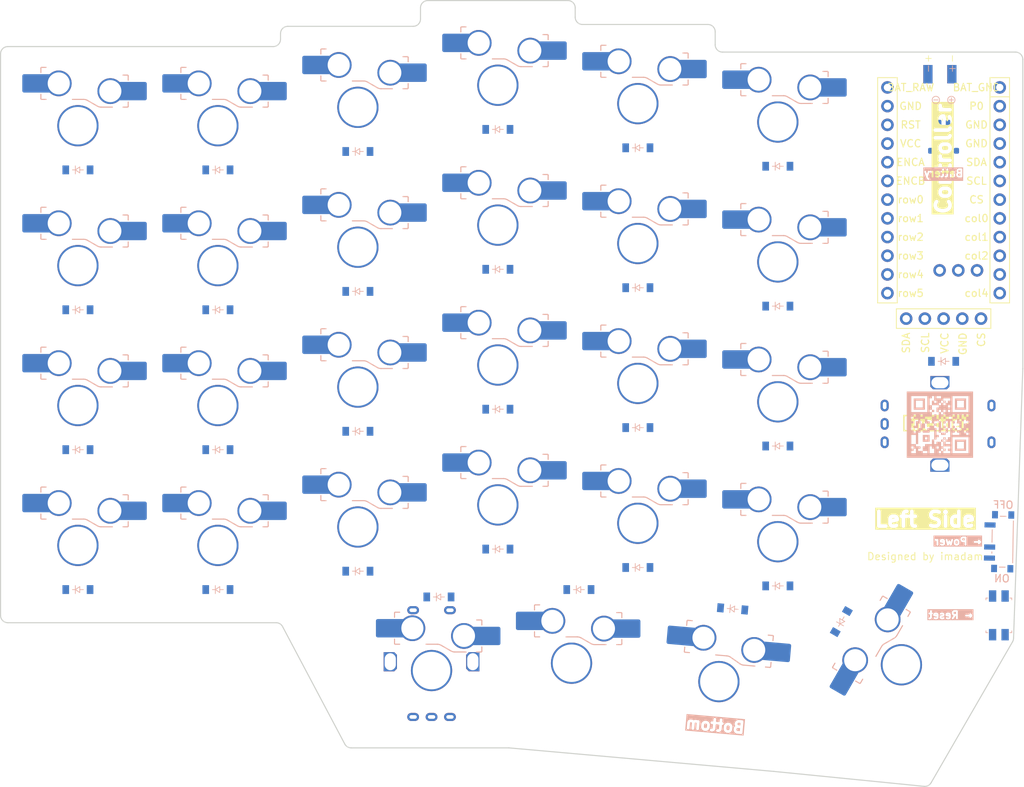
<source format=kicad_pcb>
(kicad_pcb (version 20241229) (generator "pcbnew") (generator_version "9.0")
  (title_block (title "left") (date "2025-04-05") (rev "v1.0.0") (company "Unknown"))
  (layers (0 "F.Cu" signal) (2 "B.Cu" signal) (13 "F.Paste" user) (15 "B.Paste" user) (5 "F.SilkS" user "F.Silkscreen") (7 "B.SilkS" user "B.Silkscreen") (1 "F.Mask" user) (3 "B.Mask" user) (25 "Edge.Cuts" user))
  (net 0 "")
  (net 1 "col0")
  (net 2 "outer_bottom")
  (net 3 "GND")
  (net 4 "outer_home")
  (net 5 "outer_top")
  (net 6 "outer_num")
  (net 7 "col1")
  (net 8 "pinky_bottom")
  (net 9 "pinky_home")
  (net 10 "pinky_top")
  (net 11 "pinky_num")
  (net 12 "col2")
  (net 13 "ring_bottom")
  (net 14 "ring_home")
  (net 15 "ring_top")
  (net 16 "ring_num")
  (net 17 "col3")
  (net 18 "middle_bottom")
  (net 19 "middle_home")
  (net 20 "middle_top")
  (net 21 "middle_num")
  (net 22 "col4")
  (net 23 "index_bottom")
  (net 24 "index_home")
  (net 25 "index_top")
  (net 26 "index_num")
  (net 27 "col5")
  (net 28 "inner_bottom")
  (net 29 "inner_home")
  (net 30 "inner_top")
  (net 31 "inner_num")
  (net 32 "inner_cluster")
  (net 33 "home_cluster")
  (net 34 "layer_cluster")
  (net 35 "space_cluster")
  (net 36 "row3")
  (net 37 "row2")
  (net 38 "row1")
  (net 39 "row0")
  (net 40 "row4")
  (net 41 "scrollwheel_enc")
  (net 42 "ENCA")
  (net 43 "ENCB")
  (net 44 "ENCC")
  (net 45 "ENCD")
  (net 46 "BAT_RAW")
  (net 47 "RST")
  (net 48 "VCC")
  (net 49 "row5")
  (net 50 "BAT_GND")
  (net 51 "P0")
  (net 52 "SDA")
  (net 53 "SCL")
  (net 54 "CS")
  (net 55 "P107")
  (net 56 "ON_P")
  (footprint "ceoloide:mcu_supermini_nrf52840" (layer "F.Cu") (at 167.5 81.5)
    (property "Reference" "MCU1" (hide yes))
    (property "Value" "")
    (fp_text user "col0" (at 4.47 5.08 0) (layer "F.SilkS"))
    (fp_text user "SDA" (at 4.47 -2.54 0) (layer "F.SilkS"))
    (fp_text user "col2" (at 4.47 10.16 0) (layer "F.SilkS"))
    (fp_text user "RST" (at -4.47 -7.62 0) (layer "F.SilkS"))
    (fp_text user "VCC" (at -4.47 -5.08 0) (layer "F.SilkS"))
    (fp_text user "GND" (at -4.47 -10.16 0) (layer "F.SilkS"))
    (fp_text user "BAT_GND" (at 4.47 -12.7 0) (layer "F.SilkS"))
    (fp_text user "CS" (at 4.47 2.54 0) (layer "F.SilkS"))
    (fp_text user "SCL" (at 4.47 0 0) (layer "F.SilkS"))
    (fp_text user "ENCB" (at -4.47 0 0) (layer "F.SilkS"))
    (fp_text user "row3" (at -4.47 10.16 0) (layer "F.SilkS"))
    (fp_text user "row0" (at -4.47 2.54 0) (layer "F.SilkS"))
    (fp_text user "col1" (at 4.47 7.62 0) (layer "F.SilkS"))
    (fp_text user "row5" (at -4.47 15.24 0) (layer "F.SilkS"))
    (fp_text user "row2" (at -4.47 7.62 0) (layer "F.SilkS"))
    (fp_text user "BAT_RAW" (at -4.47 -12.7 0) (layer "F.SilkS"))
    (fp_text user "col4" (at 4.47 15.24 0) (layer "F.SilkS"))
    (fp_text user "ENCA" (at -4.47 -2.54 0) (layer "F.SilkS"))
    (fp_text user "row4" (at -4.47 12.7 0) (layer "F.SilkS"))
    (fp_text user "GND" (at 4.47 -5.08 0) (layer "F.SilkS"))
    (fp_text user "row1" (at -4.47 5.08 0) (layer "F.SilkS"))
    (fp_text user "P0" (at 4.47 -10.16 0) (layer "F.SilkS"))
    (fp_text user "GND" (at 4.47 -7.62 0) (layer "F.SilkS"))
    (pad "1" thru_hole circle (at 7.62 -12.7) (size 1.7 1.7) (drill 1) (layers "*.Cu" "*.Mask") (net 50 "BAT_GND"))
    (pad "2" thru_hole circle (at 7.62 -10.16) (size 1.7 1.7) (drill 1) (layers "*.Cu" "*.Mask") (net 51 "P0"))
    (pad "3" thru_hole circle (at 7.62 -7.62) (size 1.7 1.7) (drill 1) (layers "*.Cu" "*.Mask") (net 3 "GND"))
    (pad "4" thru_hole circle (at 7.62 -5.08) (size 1.7 1.7) (drill 1) (layers "*.Cu" "*.Mask") (net 3 "GND"))
    (pad "5" thru_hole circle (at 7.62 -2.54) (size 1.7 1.7) (drill 1) (layers "*.Cu" "*.Mask") (net 52 "SDA"))
    (pad "6" thru_hole circle (at 7.62 0) (size 1.7 1.7) (drill 1) (layers "*.Cu" "*.Mask") (net 53 "SCL"))
    (pad "7" thru_hole circle (at 7.62 2.54) (size 1.7 1.7) (drill 1) (layers "*.Cu" "*.Mask") (net 54 "CS"))
    (pad "8" thru_hole circle (at 7.62 5.08) (size 1.7 1.7) (drill 1) (layers "*.Cu" "*.Mask") (net 1 "col0"))
    (pad "9" thru_hole circle (at 7.62 7.62) (size 1.7 1.7) (drill 1) (layers "*.Cu" "*.Mask") (net 7 "col1"))
    (pad "10" thru_hole circle (at 7.62 10.16) (size 1.7 1.7) (drill 1) (layers "*.Cu" "*.Mask") (net 12 "col2"))
    (pad "11" thru_hole circle (at 7.62 12.7) (size 1.7 1.7) (drill 1) (layers "*.Cu" "*.Mask") (net 17 "col3"))
    (pad "12" thru_hole circle (at 7.62 15.24) (size 1.7 1.7) (drill 1) (layers "*.Cu" "*.Mask") (net 22 "col4"))
    (pad "13" thru_hole circle (at -7.62 15.24) (size 1.7 1.7) (drill 1) (layers "*.Cu" "*.Mask") (net 49 "row5"))
    (pad "14" thru_hole circle (at -7.62 12.7) (size 1.7 1.7) (drill 1) (layers "*.Cu" "*.Mask") (net 40 "row4"))
    (pad "15" thru_hole circle (at -7.62 10.16) (size 1.7 1.7) (drill 1) (layers "*.Cu" "*.Mask") (net 36 "row3"))
    (pad "16" thru_hole circle (at -7.62 7.62) (size 1.7 1.7) (drill 1) (layers "*.Cu" "*.Mask") (net 37 "row2"))
    (pad "17" thru_hole circle (at -7.62 5.08) (size 1.7 1.7) (drill 1) (layers "*.Cu" "*.Mask") (net 38 "row1"))
    (pad "18" thru_hole circle (at -7.62 2.54) (size 1.7 1.7) (drill 1) (layers "*.Cu" "*.Mask") (net 39 "row0"))
    (pad "19" thru_hole circle (at -7.62 0) (size 1.7 1.7) (drill 1) (layers "*.Cu" "*.Mask") (net 43 "ENCB"))
    (pad "20" thru_hole circle (at -7.62 -2.54) (size 1.7 1.7) (drill 1) (layers "*.Cu" "*.Mask") (net 42 "ENCA"))
    (pad "21" thru_hole circle (at -7.62 -5.08) (size 1.7 1.7) (drill 1) (layers "*.Cu" "*.Mask") (net 48 "VCC"))
    (pad "22" thru_hole circle (at -7.62 -7.62) (size 1.7 1.7) (drill 1) (layers "*.Cu" "*.Mask") (net 47 "RST"))
    (pad "23" thru_hole circle (at -7.62 -10.16) (size 1.7 1.7) (drill 1) (layers "*.Cu" "*.Mask") (net 3 "GND"))
    (pad "24" thru_hole circle (at -7.62 -12.7) (size 1.7 1.7) (drill 1) (layers "*.Cu" "*.Mask") (net 46 "BAT_RAW"))
    (pad "25" thru_hole circle (at 4.54 12.1452) (size 1.7 1.7) (drill 1) (layers "*.Cu" "*.Mask") (net 44 "ENCC"))
    (pad "26" thru_hole circle (at 2 12.1452) (size 1.7 1.7) (drill 1) (layers "*.Cu" "*.Mask") (net 45 "ENCD"))
    (pad "27" thru_hole circle (at -0.54 12.1452) (size 1.7 1.7) (drill 1) (layers "*.Cu" "*.Mask") (net 55 "P107"))
  )
  (footprint "pads" (layer "F.Cu") (at 167 67)
    (property "Reference" "PAD1" (hide yes))
    (property "Value" "")
    (fp_text user "-" (at 1.625 -1.45 90) (layer "F.SilkS") (effects (font (thickness 0.1)) (justify left)))
    (fp_text user "+" (at -1.625 -1.45 90) (layer "F.SilkS") (effects (font (thickness 0.1)) (justify left)))
    (fp_text user "-" (at -1.625 -1.45 90) (layer "B.SilkS") (effects (font (thickness 0.1)) (justify left mirror)))
    (fp_text user "+" (at 1.625 -1.45 90) (layer "B.SilkS") (effects (font (thickness 0.1)) (justify left mirror)))
    (pad "1" smd rect (at -1.625 0) (size 1.25 2.5) (layers "F.Cu" "F.Mask" "F.Paste") (net 46 "BAT_RAW"))
    (pad "1" smd rect (at -1.625 0) (size 1.25 2.5) (layers "B.Cu" "B.Mask" "B.Paste") (net 50 "BAT_GND"))
    (pad "2" smd rect (at 1.625 0) (size 1.25 2.5) (layers "F.Cu" "F.Mask" "F.Paste") (net 50 "BAT_GND"))
    (pad "2" smd rect (at 1.625 0) (size 1.25 2.5) (layers "B.Cu" "B.Mask" "B.Paste") (net 46 "BAT_RAW"))
  )
  (footprint "icon_bat" (layer "F.Cu") (at 167.5 70.5)
    (property "Reference" "" (at 0 0 0) (layer "F.SilkS") (effects (font (size 1.27 1.27))))
    (property "Value" "")
  )
  (footprint "ceoloide:rotary_encoder_ec11_ec12" (layer "F.Cu") (at 167 114.5 -90)
    (property "Reference" "RE1" (hide yes))
    (property "Value" "")
    (pad "" thru_hole roundrect (at -5.6 0 180) (size 2.6 1.8) (drill oval 2.3 1.5) (layers "*.Cu" "*.Mask") (roundrect_rratio 0) (chamfer_ratio 0.2) (chamfer top_left top_right))
    (pad "" thru_hole roundrect (at 5.6 0 180) (size 2.6 1.8) (drill oval 2.3 1.5) (layers "*.Cu" "*.Mask") (roundrect_rratio 0) (chamfer_ratio 0.2) (chamfer bottom_left bottom_right))
    (pad "A" thru_hole oval (at 2.5 7.5 270) (size 1.6 1.1) (drill oval 1 0.5) (layers "*.Cu" "F.Mask") (net 42 "ENCA"))
    (pad "B" thru_hole oval (at 0 7.5 270) (size 1.6 1.1) (drill oval 1 0.5) (layers "*.Cu" "F.Mask") (net 3 "GND"))
    (pad "C" thru_hole oval (at -2.5 7.5 270) (size 1.6 1.1) (drill oval 1 0.5) (layers "*.Cu" "F.Mask") (net 43 "ENCB"))
    (pad "S1" thru_hole oval (at -2.5 -7 270) (size 1.6 1.1) (drill oval 1 0.5) (layers "*.Cu" "F.Mask") (net 27 "col5"))
    (pad "S2" thru_hole oval (at 2.5 -7 270) (size 1.6 1.1) (drill oval 1 0.5) (layers "*.Cu" "F.Mask") (net 41 "scrollwheel_enc"))
  )
  (footprint "ceoloide:rotary_encoder_ec11_ec12" (layer "F.Cu") (at 98 146.8)
    (property "Reference" "RE2" (hide yes))
    (property "Value" "")
    (pad "" thru_hole roundrect (at -5.6 0 270) (size 2.6 1.8) (drill oval 2.3 1.5) (layers "*.Cu" "*.Mask") (roundrect_rratio 0) (chamfer_ratio 0.2) (chamfer top_left top_right))
    (pad "" thru_hole roundrect (at 5.6 0 270) (size 2.6 1.8) (drill oval 2.3 1.5) (layers "*.Cu" "*.Mask") (roundrect_rratio 0) (chamfer_ratio 0.2) (chamfer bottom_left bottom_right))
    (pad "A" thru_hole oval (at 2.5 7.5) (size 1.6 1.1) (drill oval 1 0.5) (layers "*.Cu" "F.Mask") (net 44 "ENCC"))
    (pad "B" thru_hole oval (at 0 7.5) (size 1.6 1.1) (drill oval 1 0.5) (layers "*.Cu" "F.Mask") (net 3 "GND"))
    (pad "C" thru_hole oval (at -2.5 7.5) (size 1.6 1.1) (drill oval 1 0.5) (layers "*.Cu" "F.Mask") (net 45 "ENCD"))
    (pad "S1" thru_hole oval (at -2.5 -7) (size 1.6 1.1) (drill oval 1 0.5) (layers "*.Cu" "F.Mask") (net 12 "col2"))
    (pad "S2" thru_hole oval (at 2.5 -7) (size 1.6 1.1) (drill oval 1 0.5) (layers "*.Cu" "F.Mask") (net 32 "inner_cluster"))
  )
  (footprint "ceoloide:display_nice_view" (layer "F.Cu") (at 167.5 83.5)
    (property "Reference" "DISP1" (hide yes))
    (property "Value" "")
    (fp_text user "GND" (at 2.62 18.5 90) (layer "F.SilkS") (effects (justify right)))
    (fp_text user "SCL" (at -2.48 18.5 90) (layer "F.SilkS") (effects (justify right)))
    (fp_text user "VCC" (at 0.15 18.5 90) (layer "F.SilkS") (effects (justify right)))
    (fp_text user "SDA" (at -5.08 18.5 90) (layer "F.SilkS") (effects (justify right)))
    (fp_text user "CS" (at 5.12 18.5 90) (layer "F.SilkS") (effects (justify right)))
    (pad "1" thru_hole oval (at -5.08 16.7 270) (size 1.7 1.7) (drill 1) (layers "*.Cu" "*.Mask") (net 52 "SDA"))
    (pad "2" thru_hole oval (at -2.54 16.7 270) (size 1.7 1.7) (drill 1) (layers "*.Cu" "*.Mask") (net 53 "SCL"))
    (pad "3" thru_hole oval (at 0 16.7 270) (size 1.7 1.7) (drill 1) (layers "*.Cu" "*.Mask") (net 48 "VCC"))
    (pad "4" thru_hole oval (at 2.54 16.7 270) (size 1.7 1.7) (drill 1) (layers "*.Cu" "*.Mask") (net 3 "GND"))
    (pad "5" thru_hole circle (at 5.08 16.7 270) (size 1.7 1.7) (drill 1) (layers "*.Cu" "*.Mask") (net 54 "CS"))
  )
  (footprint "ceoloide:switch_gateron_ks27_ks33" (layer "B.Cu") (at 145 73.5 180)
    (property "Reference" "S24" (hide yes))
    (property "Value" "")
    (pad "" thru_hole circle (at 0 0 180) (size 5.6 5.6) (drill 5.1) (layers "*.Cu" "*.Mask"))
    (pad "1" smd roundrect (at -7.35 4.7 180) (size 4 2.5) (layers "B.Cu") (roundrect_rratio 0.1) (net 27 "col5"))
    (pad "1" thru_hole circle (at -4.4 4.7 180) (size 3.5 3.5) (drill 3) (layers "*.Cu" "*.Mask") (net 27 "col5"))
    (pad "2" thru_hole circle (at 2.6 5.75 180) (size 3.5 3.5) (drill 3) (layers "*.Cu" "*.Mask") (net 31 "inner_num"))
    (pad "2" smd roundrect (at 5.55 5.75 180) (size 4 2.5) (layers "B.Cu") (roundrect_rratio 0.1) (net 31 "inner_num"))
  )
  (footprint "ceoloide:diode_tht_sod123" (layer "B.Cu") (at 88 134.5)
    (property "Reference" "D9" (hide yes))
    (property "Value" "")
    (pad "1" smd rect (at -1.65 0) (size 0.9 1.2) (layers "B.Cu" "B.Mask" "B.Paste") (net 36 "row3"))
    (pad "2" smd rect (at 1.65 0) (size 0.9 1.2) (layers "B.Cu" "B.Mask" "B.Paste") (net 13 "ring_bottom"))
  )
  (footprint "ceoloide:power_switch_smd_side" (layer "B.Cu") (at 175.5 130.5 -1)
    (property "Reference" "PWR1" (hide yes))
    (property "Value" "")
    (fp_text user "ON" (at 0 5 359) (layer "B.SilkS") (effects (justify mirror)))
    (fp_text user "OFF" (at 0 -5 359) (layer "B.SilkS") (effects (justify mirror)))
    (pad "" smd rect (at -1.085 -3.65 269) (size 1 0.8) (layers "B.Cu" "B.Mask" "B.Paste"))
    (pad "" smd rect (at -1.085 3.65 269) (size 1 0.8) (layers "B.Cu" "B.Mask" "B.Paste"))
    (pad "" np_thru_hole circle (at 0.025 -1.5 89) (size 0.9 0.9) (drill 0.9) (layers "*.Cu" "*.Mask"))
    (pad "" np_thru_hole circle (at 0.025 1.5 89) (size 0.9 0.9) (drill 0.9) (layers "*.Cu" "*.Mask"))
    (pad "" smd rect (at 1.125 -3.65 269) (size 1 0.8) (layers "B.Cu" "B.Mask" "B.Paste"))
    (pad "" smd rect (at 1.125 3.65 269) (size 1 0.8) (layers "B.Cu" "B.Mask" "B.Paste"))
    (pad "1" smd rect (at -1.735 -2.25 269) (size 0.7 1.5) (layers "B.Cu" "B.Mask" "B.Paste"))
    (pad "2" smd rect (at -1.735 0.75 269) (size 0.7 1.5) (layers "B.Cu" "B.Mask" "B.Paste") (net 46 "BAT_RAW"))
    (pad "3" smd rect (at -1.735 2.25 269) (size 0.7 1.5) (layers "B.Cu" "B.Mask" "B.Paste") (net 56 "ON_P"))
  )
  (footprint "ceoloide:switch_gateron_ks27_ks33" (layer "B.Cu") (at 50 131 180)
    (property "Reference" "S1" (hide yes))
    (property "Value" "")
    (pad "" thru_hole circle (at 0 0 180) (size 5.6 5.6) (drill 5.1) (layers "*.Cu" "*.Mask"))
    (pad "1" smd roundrect (at -7.35 4.7 180) (size 4 2.5) (layers "B.Cu") (roundrect_rratio 0.1) (net 1 "col0"))
    (pad "1" thru_hole circle (at -4.4 4.7 180) (size 3.5 3.5) (drill 3) (layers "*.Cu" "*.Mask") (net 1 "col0"))
    (pad "2" thru_hole circle (at 2.6 5.75 180) (size 3.5 3.5) (drill 3) (layers "*.Cu" "*.Mask") (net 2 "outer_bottom"))
    (pad "2" smd roundrect (at 5.55 5.75 180) (size 4 2.5) (layers "B.Cu") (roundrect_rratio 0.1) (net 2 "outer_bottom"))
  )
  (footprint "ceoloide:switch_gateron_ks27_ks33" (layer "B.Cu") (at 98 148 180)
    (property "Reference" "S25" (hide yes))
    (property "Value" "")
    (pad "" thru_hole circle (at 0 0 180) (size 5.6 5.6) (drill 5.1) (layers "*.Cu" "*.Mask"))
    (pad "1" smd roundrect (at -7.35 4.7 180) (size 4 2.5) (layers "B.Cu") (roundrect_rratio 0.1) (net 12 "col2"))
    (pad "1" thru_hole circle (at -4.4 4.7 180) (size 3.5 3.5) (drill 3) (layers "*.Cu" "*.Mask") (net 12 "col2"))
    (pad "2" thru_hole circle (at 2.6 5.75 180) (size 3.5 3.5) (drill 3) (layers "*.Cu" "*.Mask") (net 32 "inner_cluster"))
    (pad "2" smd roundrect (at 5.55 5.75 180) (size 4 2.5) (layers "B.Cu") (roundrect_rratio 0.1) (net 32 "inner_cluster"))
  )
  (footprint "ceoloide:switch_gateron_ks27_ks33" (layer "B.Cu") (at 126 128 180)
    (property "Reference" "S17" (hide yes))
    (property "Value" "")
    (pad "" thru_hole circle (at 0 0 180) (size 5.6 5.6) (drill 5.1) (layers "*.Cu" "*.Mask"))
    (pad "1" smd roundrect (at -7.35 4.7 180) (size 4 2.5) (layers "B.Cu") (roundrect_rratio 0.1) (net 22 "col4"))
    (pad "1" thru_hole circle (at -4.4 4.7 180) (size 3.5 3.5) (drill 3) (layers "*.Cu" "*.Mask") (net 22 "col4"))
    (pad "2" thru_hole circle (at 2.6 5.75 180) (size 3.5 3.5) (drill 3) (layers "*.Cu" "*.Mask") (net 23 "index_bottom"))
    (pad "2" smd roundrect (at 5.55 5.75 180) (size 4 2.5) (layers "B.Cu") (roundrect_rratio 0.1) (net 23 "index_bottom"))
  )
  (footprint "ceoloide:switch_gateron_ks27_ks33" (layer "B.Cu") (at 107 68.5 180)
    (property "Reference" "S16" (hide yes))
    (property "Value" "")
    (pad "" thru_hole circle (at 0 0 180) (size 5.6 5.6) (drill 5.1) (layers "*.Cu" "*.Mask"))
    (pad "1" smd roundrect (at -7.35 4.7 180) (size 4 2.5) (layers "B.Cu") (roundrect_rratio 0.1) (net 17 "col3"))
    (pad "1" thru_hole circle (at -4.4 4.7 180) (size 3.5 3.5) (drill 3) (layers "*.Cu" "*.Mask") (net 17 "col3"))
    (pad "2" thru_hole circle (at 2.6 5.75 180) (size 3.5 3.5) (drill 3) (layers "*.Cu" "*.Mask") (net 21 "middle_num"))
    (pad "2" smd roundrect (at 5.55 5.75 180) (size 4 2.5) (layers "B.Cu") (roundrect_rratio 0.1) (net 21 "middle_num"))
  )
  (footprint "ceoloide:diode_tht_sod123" (layer "B.Cu") (at 107 74.5)
    (property "Reference" "D16" (hide yes))
    (property "Value" "")
    (pad "1" smd rect (at -1.65 0) (size 0.9 1.2) (layers "B.Cu" "B.Mask" "B.Paste") (net 39 "row0"))
    (pad "2" smd rect (at 1.65 0) (size 0.9 1.2) (layers "B.Cu" "B.Mask" "B.Paste") (net 21 "middle_num"))
  )
  (footprint "ceoloide:reset_switch_smd_side" (layer "B.Cu") (at 175 140.5 -90)
    (property "Reference" "RST1" (hide yes))
    (property "Value" "")
    (pad "" np_thru_hole circle (at 0 -1.375 90) (size 0.75 0.75) (drill 0.75) (layers "*.Cu" "*.Mask"))
    (pad "" np_thru_hole circle (at 0 1.375 90) (size 0.75 0.75) (drill 0.75) (layers "*.Cu" "*.Mask"))
    (pad "1" smd rect (at -2.625 -0.85 90) (size 1.55 1) (layers "B.Cu" "B.Mask" "B.Paste") (net 47 "RST"))
    (pad "2" smd rect (at -2.625 0.85 90) (size 1.55 1) (layers "B.Cu" "B.Mask" "B.Paste") (net 3 "GND"))
    (pad "3" smd rect (at 2.625 -0.85 90) (size 1.55 1) (layers "B.Cu" "B.Mask" "B.Paste") (net 47 "RST"))
    (pad "4" smd rect (at 2.625 0.85 90) (size 1.55 1) (layers "B.Cu" "B.Mask" "B.Paste") (net 3 "GND"))
  )
  (footprint "ceoloide:diode_tht_sod123" (layer "B.Cu") (at 99 138)
    (property "Reference" "D25" (hide yes))
    (property "Value" "")
    (pad "1" smd rect (at -1.65 0) (size 0.9 1.2) (layers "B.Cu" "B.Mask" "B.Paste") (net 40 "row4"))
    (pad "2" smd rect (at 1.65 0) (size 0.9 1.2) (layers "B.Cu" "B.Mask" "B.Paste") (net 32 "inner_cluster"))
  )
  (footprint "ceoloide:switch_gateron_ks27_ks33" (layer "B.Cu") (at 88 109.5 180)
    (property "Reference" "S10" (hide yes))
    (property "Value" "")
    (pad "" thru_hole circle (at 0 0 180) (size 5.6 5.6) (drill 5.1) (layers "*.Cu" "*.Mask"))
    (pad "1" smd roundrect (at -7.35 4.7 180) (size 4 2.5) (layers "B.Cu") (roundrect_rratio 0.1) (net 12 "col2"))
    (pad "1" thru_hole circle (at -4.4 4.7 180) (size 3.5 3.5) (drill 3) (layers "*.Cu" "*.Mask") (net 12 "col2"))
    (pad "2" thru_hole circle (at 2.6 5.75 180) (size 3.5 3.5) (drill 3) (layers "*.Cu" "*.Mask") (net 14 "ring_home"))
    (pad "2" smd roundrect (at 5.55 5.75 180) (size 4 2.5) (layers "B.Cu") (roundrect_rratio 0.1) (net 14 "ring_home"))
  )
  (footprint "ceoloide:diode_tht_sod123" (layer "B.Cu") (at 50 137)
    (property "Reference" "D1" (hide yes))
    (property "Value" "")
    (pad "1" smd rect (at -1.65 0) (size 0.9 1.2) (layers "B.Cu" "B.Mask" "B.Paste") (net 36 "row3"))
    (pad "2" smd rect (at 1.65 0) (size 0.9 1.2) (layers "B.Cu" "B.Mask" "B.Paste") (net 2 "outer_bottom"))
  )
  (footprint "ceoloide:switch_gateron_ks27_ks33" (layer "B.Cu") (at 145 130.5 180)
    (property "Reference" "S21" (hide yes))
    (property "Value" "")
    (pad "" thru_hole circle (at 0 0 180) (size 5.6 5.6) (drill 5.1) (layers "*.Cu" "*.Mask"))
    (pad "1" smd roundrect (at -7.35 4.7 180) (size 4 2.5) (layers "B.Cu") (roundrect_rratio 0.1) (net 27 "col5"))
    (pad "1" thru_hole circle (at -4.4 4.7 180) (size 3.5 3.5) (drill 3) (layers "*.Cu" "*.Mask") (net 27 "col5"))
    (pad "2" thru_hole circle (at 2.6 5.75 180) (size 3.5 3.5) (drill 3) (layers "*.Cu" "*.Mask") (net 28 "inner_bottom"))
    (pad "2" smd roundrect (at 5.55 5.75 180) (size 4 2.5) (layers "B.Cu") (roundrect_rratio 0.1) (net 28 "inner_bottom"))
  )
  (footprint "ceoloide:diode_tht_sod123" (layer "B.Cu") (at 69 80)
    (property "Reference" "D8" (hide yes))
    (property "Value" "")
    (pad "1" smd rect (at -1.65 0) (size 0.9 1.2) (layers "B.Cu" "B.Mask" "B.Paste") (net 39 "row0"))
    (pad "2" smd rect (at 1.65 0) (size 0.9 1.2) (layers "B.Cu" "B.Mask" "B.Paste") (net 11 "pinky_num"))
  )
  (footprint "ceoloide:switch_gateron_ks27_ks33" (layer "B.Cu") (at 126 90 180)
    (property "Reference" "S19" (hide yes))
    (property "Value" "")
    (pad "" thru_hole circle (at 0 0 180) (size 5.6 5.6) (drill 5.1) (layers "*.Cu" "*.Mask"))
    (pad "1" smd roundrect (at -7.35 4.7 180) (size 4 2.5) (layers "B.Cu") (roundrect_rratio 0.1) (net 22 "col4"))
    (pad "1" thru_hole circle (at -4.4 4.7 180) (size 3.5 3.5) (drill 3) (layers "*.Cu" "*.Mask") (net 22 "col4"))
    (pad "2" thru_hole circle (at 2.6 5.75 180) (size 3.5 3.5) (drill 3) (layers "*.Cu" "*.Mask") (net 25 "index_top"))
    (pad "2" smd roundrect (at 5.55 5.75 180) (size 4 2.5) (layers "B.Cu") (roundrect_rratio 0.1) (net 25 "index_top"))
  )
  (footprint "ceoloide:diode_tht_sod123" (layer "B.Cu") (at 153.617099 141.34727 60)
    (property "Reference" "D28" (hide yes))
    (property "Value" "")
    (pad "1" smd rect (at -1.65 0 60) (size 0.9 1.2) (layers "B.Cu" "B.Mask" "B.Paste") (net 40 "row4"))
    (pad "2" smd rect (at 1.65 0 60) (size 0.9 1.2) (layers "B.Cu" "B.Mask" "B.Paste") (net 35 "space_cluster"))
  )
  (footprint "ceoloide:diode_tht_sod123" (layer "B.Cu") (at 69 137)
    (property "Reference" "D5" (hide yes))
    (property "Value" "")
    (pad "1" smd rect (at -1.65 0) (size 0.9 1.2) (layers "B.Cu" "B.Mask" "B.Paste") (net 36 "row3"))
    (pad "2" smd rect (at 1.65 0) (size 0.9 1.2) (layers "B.Cu" "B.Mask" "B.Paste") (net 8 "pinky_bottom"))
  )
  (footprint "ceoloide:switch_gateron_ks27_ks33" (layer "B.Cu") (at 137 149.5 175)
    (property "Reference" "S27" (hide yes))
    (property "Value" "")
    (pad "" thru_hole circle (at 0 0 175) (size 5.6 5.6) (drill 5.1) (layers "*.Cu" "*.Mask"))
    (pad "1" smd roundrect (at -7.35 4.7 175) (size 4 2.5) (layers "B.Cu") (roundrect_rratio 0.1) (net 22 "col4"))
    (pad "1" thru_hole circle (at -4.4 4.7 175) (size 3.5 3.5) (drill 3) (layers "*.Cu" "*.Mask") (net 22 "col4"))
    (pad "2" thru_hole circle (at 2.6 5.75 175) (size 3.5 3.5) (drill 3) (layers "*.Cu" "*.Mask") (net 34 "layer_cluster"))
    (pad "2" smd roundrect (at 5.55 5.75 175) (size 4 2.5) (layers "B.Cu") (roundrect_rratio 0.1) (net 34 "layer_cluster"))
  )
  (footprint "ceoloide:diode_tht_sod123" (layer "B.Cu") (at 107 131.5)
    (property "Reference" "D13" (hide yes))
    (property "Value" "")
    (pad "1" smd rect (at -1.65 0) (size 0.9 1.2) (layers "B.Cu" "B.Mask" "B.Paste") (net 36 "row3"))
    (pad "2" smd rect (at 1.65 0) (size 0.9 1.2) (layers "B.Cu" "B.Mask" "B.Paste") (net 18 "middle_bottom"))
  )
  (footprint "ceoloide:switch_gateron_ks27_ks33" (layer "B.Cu") (at 126 109 180)
    (property "Reference" "S18" (hide yes))
    (property "Value" "")
    (pad "" thru_hole circle (at 0 0 180) (size 5.6 5.6) (drill 5.1) (layers "*.Cu" "*.Mask"))
    (pad "1" smd roundrect (at -7.35 4.7 180) (size 4 2.5) (layers "B.Cu") (roundrect_rratio 0.1) (net 22 "col4"))
    (pad "1" thru_hole circle (at -4.4 4.7 180) (size 3.5 3.5) (drill 3) (layers "*.Cu" "*.Mask") (net 22 "col4"))
    (pad "2" thru_hole circle (at 2.6 5.75 180) (size 3.5 3.5) (drill 3) (layers "*.Cu" "*.Mask") (net 24 "index_home"))
    (pad "2" smd roundrect (at 5.55 5.75 180) (size 4 2.5) (layers "B.Cu") (roundrect_rratio 0.1) (net 24 "index_home"))
  )
  (footprint "ceoloide:diode_tht_sod123" (layer "B.Cu") (at 118 137)
    (property "Reference" "D26" (hide yes))
    (property "Value" "")
    (pad "1" smd rect (at -1.65 0) (size 0.9 1.2) (layers "B.Cu" "B.Mask" "B.Paste") (net 40 "row4"))
    (pad "2" smd rect (at 1.65 0) (size 0.9 1.2) (layers "B.Cu" "B.Mask" "B.Paste") (net 33 "home_cluster"))
  )
  (footprint "ceoloide:switch_gateron_ks27_ks33" (layer "B.Cu") (at 107 106.5 180)
    (property "Reference" "S14" (hide yes))
    (property "Value" "")
    (pad "" thru_hole circle (at 0 0 180) (size 5.6 5.6) (drill 5.1) (layers "*.Cu" "*.Mask"))
    (pad "1" smd roundrect (at -7.35 4.7 180) (size 4 2.5) (layers "B.Cu") (roundrect_rratio 0.1) (net 17 "col3"))
    (pad "1" thru_hole circle (at -4.4 4.7 180) (size 3.5 3.5) (drill 3) (layers "*.Cu" "*.Mask") (net 17 "col3"))
    (pad "2" thru_hole circle (at 2.6 5.75 180) (size 3.5 3.5) (drill 3) (layers "*.Cu" "*.Mask") (net 19 "middle_home"))
    (pad "2" smd roundrect (at 5.55 5.75 180) (size 4 2.5) (layers "B.Cu") (roundrect_rratio 0.1) (net 19 "middle_home"))
  )
  (footprint "ceoloide:diode_tht_sod123" (layer "B.Cu") (at 145 79.5)
    (property "Reference" "D24" (hide yes))
    (property "Value" "")
    (pad "1" smd rect (at -1.65 0) (size 0.9 1.2) (layers "B.Cu" "B.Mask" "B.Paste") (net 39 "row0"))
    (pad "2" smd rect (at 1.65 0) (size 0.9 1.2) (layers "B.Cu" "B.Mask" "B.Paste") (net 31 "inner_num"))
  )
  (footprint "ceoloide:diode_tht_sod123" (layer "B.Cu") (at 107 93.5)
    (property "Reference" "D15" (hide yes))
    (property "Value" "")
    (pad "1" smd rect (at -1.65 0) (size 0.9 1.2) (layers "B.Cu" "B.Mask" "B.Paste") (net 38 "row1"))
    (pad "2" smd rect (at 1.65 0) (size 0.9 1.2) (layers "B.Cu" "B.Mask" "B.Paste") (net 20 "middle_top"))
  )
  (footprint "ceoloide:switch_gateron_ks27_ks33" (layer "B.Cu") (at 107 125.5 180)
    (property "Reference" "S13" (hide yes))
    (property "Value" "")
    (pad "" thru_hole circle (at 0 0 180) (size 5.6 5.6) (drill 5.1) (layers "*.Cu" "*.Mask"))
    (pad "1" smd roundrect (at -7.35 4.7 180) (size 4 2.5) (layers "B.Cu") (roundrect_rratio 0.1) (net 17 "col3"))
    (pad "1" thru_hole circle (at -4.4 4.7 180) (size 3.5 3.5) (drill 3) (layers "*.Cu" "*.Mask") (net 17 "col3"))
    (pad "2" thru_hole circle (at 2.6 5.75 180) (size 3.5 3.5) (drill 3) (layers "*.Cu" "*.Mask") (net 18 "middle_bottom"))
    (pad "2" smd roundrect (at 5.55 5.75 180) (size 4 2.5) (layers "B.Cu") (roundrect_rratio 0.1) (net 18 "middle_bottom"))
  )
  (footprint "ceoloide:diode_tht_sod123" (layer "B.Cu") (at 145 136.5)
    (property "Reference" "D21" (hide yes))
    (property "Value" "")
    (pad "1" smd rect (at -1.65 0) (size 0.9 1.2) (layers "B.Cu" "B.Mask" "B.Paste") (net 36 "row3"))
    (pad "2" smd rect (at 1.65 0) (size 0.9 1.2) (layers "B.Cu" "B.Mask" "B.Paste") (net 28 "inner_bottom"))
  )
  (footprint "evo56:qrcode" (layer "B.Cu") (at 167 114.6 180)
    (property "Reference" "G***" (hide yes))
    (property "Value" "LOGO" (hide yes))
  )
  (footprint "ceoloide:diode_tht_sod123" (layer "B.Cu") (at 126 115)
    (property "Reference" "D18" (hide yes))
    (property "Value" "")
    (pad "1" smd rect (at -1.65 0) (size 0.9 1.2) (layers "B.Cu" "B.Mask" "B.Paste") (net 37 "row2"))
    (pad "2" smd rect (at 1.65 0) (size 0.9 1.2) (layers "B.Cu" "B.Mask" "B.Paste") (net 24 "index_home"))
  )
  (footprint "ceoloide:diode_tht_sod123" (layer "B.Cu") (at 69 118)
    (property "Reference" "D6" (hide yes))
    (property "Value" "")
    (pad "1" smd rect (at -1.65 0) (size 0.9 1.2) (layers "B.Cu" "B.Mask" "B.Paste") (net 37 "row2"))
    (pad "2" smd rect (at 1.65 0) (size 0.9 1.2) (layers "B.Cu" "B.Mask" "B.Paste") (net 9 "pinky_home"))
  )
  (footprint "ceoloide:diode_tht_sod123" (layer "B.Cu") (at 126 77)
    (property "Reference" "D20" (hide yes))
    (property "Value" "")
    (pad "1" smd rect (at -1.65 0) (size 0.9 1.2) (layers "B.Cu" "B.Mask" "B.Paste") (net 39 "row0"))
    (pad "2" smd rect (at 1.65 0) (size 0.9 1.2) (layers "B.Cu" "B.Mask" "B.Paste") (net 26 "index_num"))
  )
  (footprint "ceoloide:switch_gateron_ks27_ks33" (layer "B.Cu") (at 161.777353 147.213295 -120)
    (property "Reference" "S28" (hide yes))
    (property "Value" "")
    (pad "" thru_hole circle (at 0 0 240) (size 5.6 5.6) (drill 5.1) (layers "*.Cu" "*.Mask"))
    (pad "1" smd roundrect (at -7.35 4.7 240) (size 4 2.5) (layers "B.Cu") (roundrect_rratio 0.1) (net 27 "col5"))
    (pad "1" thru_hole circle (at -4.4 4.7 240) (size 3.5 3.5) (drill 3) (layers "*.Cu" "*.Mask") (net 27 "col5"))
    (pad "2" thru_hole circle (at 2.6 5.75 240) (size 3.5 3.5) (drill 3) (layers "*.Cu" "*.Mask") (net 35 "space_cluster"))
    (pad "2" smd roundrect (at 5.55 5.75 240) (size 4 2.5) (layers "B.Cu") (roundrect_rratio 0.1) (net 35 "space_cluster"))
  )
  (footprint "ceoloide:switch_gateron_ks27_ks33" (layer "B.Cu") (at 69 93 180)
    (property "Reference" "S7" (hide yes))
    (property "Value" "")
    (pad "" thru_hole circle (at 0 0 180) (size 5.6 5.6) (drill 5.1) (layers "*.Cu" "*.Mask"))
    (pad "1" smd roundrect (at -7.35 4.7 180) (size 4 2.5) (layers "B.Cu") (roundrect_rratio 0.1) (net 7 "col1"))
    (pad "1" thru_hole circle (at -4.4 4.7 180) (size 3.5 3.5) (drill 3) (layers "*.Cu" "*.Mask") (net 7 "col1"))
    (pad "2" thru_hole circle (at 2.6 5.75 180) (size 3.5 3.5) (drill 3) (layers "*.Cu" "*.Mask") (net 10 "pinky_top"))
    (pad "2" smd roundrect (at 5.55 5.75 180) (size 4 2.5) (layers "B.Cu") (roundrect_rratio 0.1) (net 10 "pinky_top"))
  )
  (footprint "ceoloide:switch_gateron_ks27_ks33" (layer "B.Cu") (at 69 74 180)
    (property "Reference" "S8" (hide yes))
    (property "Value" "")
    (pad "" thru_hole circle (at 0 0 180) (size 5.6 5.6) (drill 5.1) (layers "*.Cu" "*.Mask"))
    (pad "1" smd roundrect (at -7.35 4.7 180) (size 4 2.5) (layers "B.Cu") (roundrect_rratio 0.1) (net 7 "col1"))
    (pad "1" thru_hole circle (at -4.4 4.7 180) (size 3.5 3.5) (drill 3) (layers "*.Cu" "*.Mask") (net 7 "col1"))
    (pad "2" thru_hole circle (at 2.6 5.75 180) (size 3.5 3.5) (drill 3) (layers "*.Cu" "*.Mask") (net 11 "pinky_num"))
    (pad "2" smd roundrect (at 5.55 5.75 180) (size 4 2.5) (layers "B.Cu") (roundrect_rratio 0.1) (net 11 "pinky_num"))
  )
  (footprint "ceoloide:battery_connector_molex_pico_ezmate_1x02" (layer "B.Cu") (at 167.5 75.5)
    (property "Reference" "CONN1" (hide yes))
    (property "Value" "")
    (pad "" smd roundrect (at -1.75 1.9 180) (size 0.7 0.8) (layers "B.Cu" "B.Mask" "B.Paste"))
    (pad "" smd roundrect (at 1.75 1.9 180) (size 0.7 0.8) (layers "B.Cu" "B.Mask" "B.Paste"))
    (pad "1" smd roundrect (at 0.6 -1.875 180) (size 0.6 0.85) (layers "B.Cu" "B.Mask" "B.Paste") (net 56 "ON_P"))
    (pad "2" smd roundrect (at -0.6 -1.875 180) (size 0.6 0.85) (layers "B.Cu" "B.Mask" "B.Paste") (net 50 "BAT_GND"))
  )
  (footprint "ceoloide:diode_tht_sod123" (layer "B.Cu") (at 88 77.5)
    (property "Reference" "D12" (hide yes))
    (property "Value" "")
    (pad "1" smd rect (at -1.65 0) (size 0.9 1.2) (layers "B.Cu" "B.Mask" "B.Paste") (net 39 "row0"))
    (pad "2" smd rect (at 1.65 0) (size 0.9 1.2) (layers "B.Cu" "B.Mask" "B.Paste") (net 16 "ring_num"))
  )
  (footprint "ceoloide:diode_tht_sod123" (layer "B.Cu") (at 69 99)
    (property "Reference" "D7" (hide yes))
    (property "Value" "")
    (pad "1" smd rect (at -1.65 0) (size 0.9 1.2) (layers "B.Cu" "B.Mask" "B.Paste") (net 38 "row1"))
    (pad "2" smd rect (at 1.65 0) (size 0.9 1.2) (layers "B.Cu" "B.Mask" "B.Paste") (net 10 "pinky_top"))
  )
  (footprint "ceoloide:diode_tht_sod123" (layer "B.Cu") (at 88 115.5)
    (property "Reference" "D10" (hide yes))
    (property "Value" "")
    (pad "1" smd rect (at -1.65 0) (size 0.9 1.2) (layers "B.Cu" "B.Mask" "B.Paste") (net 37 "row2"))
    (pad "2" smd rect (at 1.65 0) (size 0.9 1.2) (layers "B.Cu" "B.Mask" "B.Paste") (net 14 "ring_home"))
  )
  (footprint "ceoloide:switch_gateron_ks27_ks33" (layer "B.Cu") (at 117 147 180)
    (property "Reference" "S26" (hide yes))
    (property "Value" "")
    (pad "" thru_hole circle (at 0 0 180) (size 5.6 5.6) (drill 5.1) (layers "*.Cu" "*.Mask"))
    (pad "1" smd roundrect (at -7.35 4.7 180) (size 4 2.5) (layers "B.Cu") (roundrect_rratio 0.1) (net 17 "col3"))
    (pad "1" thru_hole circle (at -4.4 4.7 180) (size 3.5 3.5) (drill 3) (layers "*.Cu" "*.Mask") (net 17 "col3"))
    (pad "2" thru_hole circle (at 2.6 5.75 180) (size 3.5 3.5) (drill 3) (layers "*.Cu" "*.Mask") (net 33 "home_cluster"))
    (pad "2" smd roundrect (at 5.55 5.75 180) (size 4 2.5) (layers "B.Cu") (roundrect_rratio 0.1) (net 33 "home_cluster"))
  )
  (footprint "ceoloide:diode_tht_sod123" (layer "B.Cu") (at 167.5 106)
    (property "Reference" "D29" (hide yes))
    (property "Value" "")
    (pad "1" smd rect (at -1.65 0) (size 0.9 1.2) (layers "B.Cu" "B.Mask" "B.Paste") (net 37 "row2"))
    (pad "2" smd rect (at 1.65 0) (size 0.9 1.2) (layers "B.Cu" "B.Mask" "B.Paste") (net 41 "scrollwheel_enc"))
  )
  (footprint "ceoloide:switch_gateron_ks27_ks33" (layer "B.Cu") (at 69 131 180)
    (property "Reference" "S5" (hide yes))
    (property "Value" "")
    (pad "" thru_hole circle (at 0 0 180) (size 5.6 5.6) (drill 5.1) (layers "*.Cu" "*.Mask"))
    (pad "1" smd roundrect (at -7.35 4.7 180) (size 4 2.5) (layers "B.Cu") (roundrect_rratio 0.1) (net 7 "col1"))
    (pad "1" thru_hole circle (at -4.4 4.7 180) (size 3.5 3.5) (drill 3) (layers "*.Cu" "*.Mask") (net 7 "col1"))
    (pad "2" thru_hole circle (at 2.6 5.75 180) (size 3.5 3.5) (drill 3) (layers "*.Cu" "*.Mask") (net 8 "pinky_bottom"))
    (pad "2" smd roundrect (at 5.55 5.75 180) (size 4 2.5) (layers "B.Cu") (roundrect_rratio 0.1) (net 8 "pinky_bottom"))
  )
  (footprint "ceoloide:switch_gateron_ks27_ks33" (layer "B.Cu") (at 88 128.5 180)
    (property "Reference" "S9" (hide yes))
    (property "Value" "")
    (pad "" thru_hole circle (at 0 0 180) (size 5.6 5.6) (drill 5.1) (layers "*.Cu" "*.Mask"))
    (pad "1" smd roundrect (at -7.35 4.7 180) (size 4 2.5) (layers "B.Cu") (roundrect_rratio 0.1) (net 12 "col2"))
    (pad "1" thru_hole circle (at -4.4 4.7 180) (size 3.5 3.5) (drill 3) (layers "*.Cu" "*.Mask") (net 12 "col2"))
    (pad "2" thru_hole circle (at 2.6 5.75 180) (size 3.5 3.5) (drill 3) (layers "*.Cu" "*.Mask") (net 13 "ring_bottom"))
    (pad "2" smd roundrect (at 5.55 5.75 180) (size 4 2.5) (layers "B.Cu") (roundrect_rratio 0.1) (net 13 "ring_bottom"))
  )
  (footprint "ceoloide:switch_gateron_ks27_ks33" (layer "B.Cu") (at 88 71.5 180)
    (property "Reference" "S12" (hide yes))
    (property "Value" "")
    (pad "" thru_hole circle (at 0 0 180) (size 5.6 5.6) (drill 5.1) (layers "*.Cu" "*.Mask"))
    (pad "1" smd roundrect (at -7.35 4.7 180) (size 4 2.5) (layers "B.Cu") (roundrect_rratio 0.1) (net 12 "col2"))
    (pad "1" thru_hole circle (at -4.4 4.7 180) (size 3.5 3.5) (drill 3) (layers "*.Cu" "*.Mask") (net 12 "col2"))
    (pad "2" thru_hole circle (at 2.6 5.75 180) (size 3.5 3.5) (drill 3) (layers "*.Cu" "*.Mask") (net 16 "ring_num"))
    (pad "2" smd roundrect (at 5.55 5.75 180) (size 4 2.5) (layers "B.Cu") (roundrect_rratio 0.1) (net 16 "ring_num"))
  )
  (footprint "ceoloide:switch_gateron_ks27_ks33" (layer "B.Cu") (at 88 90.5 180)
    (property "Reference" "S11" (hide yes))
    (property "Value" "")
    (pad "" thru_hole circle (at 0 0 180) (size 5.6 5.6) (drill 5.1) (layers "*.Cu" "*.Mask"))
    (pad "1" smd roundrect (at -7.35 4.7 180) (size 4 2.5) (layers "B.Cu") (roundrect_rratio 0.1) (net 12 "col2"))
    (pad "1" thru_hole circle (at -4.4 4.7 180) (size 3.5 3.5) (drill 3) (layers "*.Cu" "*.Mask") (net 12 "col2"))
    (pad "2" thru_hole circle (at 2.6 5.75 180) (size 3.5 3.5) (drill 3) (layers "*.Cu" "*.Mask") (net 15 "ring_top"))
    (pad "2" smd roundrect (at 5.55 5.75 180) (size 4 2.5) (layers "B.Cu") (roundrect_rratio 0.1) (net 15 "ring_top"))
  )
  (footprint "ceoloide:diode_tht_sod123" (layer "B.Cu") (at 138.867752 139.625209 -5)
    (property "Reference" "D27" (hide yes))
    (property "Value" "")
    (pad "1" smd rect (at -1.65 0 355) (size 0.9 1.2) (layers "B.Cu" "B.Mask" "B.Paste") (net 40 "row4"))
    (pad "2" smd rect (at 1.65 0 355) (size 0.9 1.2) (layers "B.Cu" "B.Mask" "B.Paste") (net 34 "layer_cluster"))
  )
  (footprint "ceoloide:switch_gateron_ks27_ks33" (layer "B.Cu") (at 50 74 180)
    (property "Reference" "S4" (hide yes))
    (property "Value" "")
    (pad "" thru_hole circle (at 0 0 180) (size 5.6 5.6) (drill 5.1) (layers "*.Cu" "*.Mask"))
    (pad "1" smd roundrect (at -7.35 4.7 180) (size 4 2.5) (layers "B.Cu") (roundrect_rratio 0.1) (net 1 "col0"))
    (pad "1" thru_hole circle (at -4.4 4.7 180) (size 3.5 3.5) (drill 3) (layers "*.Cu" "*.Mask") (net 1 "col0"))
    (pad "2" thru_hole circle (at 2.6 5.75 180) (size 3.5 3.5) (drill 3) (layers "*.Cu" "*.Mask") (net 6 "outer_num"))
    (pad "2" smd roundrect (at 5.55 5.75 180) (size 4 2.5) (layers "B.Cu") (roundrect_rratio 0.1) (net 6 "outer_num"))
  )
  (footprint "ceoloide:diode_tht_sod123" (layer "B.Cu") (at 88 96.5)
    (property "Reference" "D11" (hide yes))
    (property "Value" "")
    (pad "1" smd rect (at -1.65 0) (size 0.9 1.2) (layers "B.Cu" "B.Mask" "B.Paste") (net 38 "row1"))
    (pad "2" smd rect (at 1.65 0) (size 0.9 1.2) (layers "B.Cu" "B.Mask" "B.Paste") (net 15 "ring_top"))
  )
  (footprint "ceoloide:diode_tht_sod123" (layer "B.Cu") (at 50 80)
    (property "Reference" "D4" (hide yes))
    (property "Value" "")
    (pad "1" smd rect (at -1.65 0) (size 0.9 1.2) (layers "B.Cu" "B.Mask" "B.Paste") (net 39 "row0"))
    (pad "2" smd rect (at 1.65 0) (size 0.9 1.2) (layers "B.Cu" "B.Mask" "B.Paste") (net 6 "outer_num"))
  )
  (footprint "ceoloide:diode_tht_sod123" (layer "B.Cu") (at 50 118)
    (property "Reference" "D2" (hide yes))
    (property "Value" "")
    (pad "1" smd rect (at -1.65 0) (size 0.9 1.2) (layers "B.Cu" "B.Mask" "B.Paste") (net 37 "row2"))
    (pad "2" smd rect (at 1.65 0) (size 0.9 1.2) (layers "B.Cu" "B.Mask" "B.Paste") (net 4 "outer_home"))
  )
  (footprint "ceoloide:switch_gateron_ks27_ks33" (layer "B.Cu") (at 126 71 180)
    (property "Reference" "S20" (hide yes))
    (property "Value" "")
    (pad "" thru_hole circle (at 0 0 180) (size 5.6 5.6) (drill 5.1) (layers "*.Cu" "*.Mask"))
    (pad "1" smd roundrect (at -7.35 4.7 180) (size 4 2.5) (layers "B.Cu") (roundrect_rratio 0.1) (net 22 "col4"))
    (pad "1" thru_hole circle (at -4.4 4.7 180) (size 3.5 3.5) (drill 3) (layers "*.Cu" "*.Mask") (net 22 "col4"))
    (pad "2" thru_hole circle (at 2.6 5.75 180) (size 3.5 3.5) (drill 3) (layers "*.Cu" "*.Mask") (net 26 "index_num"))
    (pad "2" smd roundrect (at 5.55 5.75 180) (size 4 2.5) (layers "B.Cu") (roundrect_rratio 0.1) (net 26 "index_num"))
  )
  (footprint "ceoloide:diode_tht_sod123" (layer "B.Cu") (at 145 98.5)
    (property "Reference" "D23" (hide yes))
    (property "Value" "")
    (pad "1" smd rect (at -1.65 0) (size 0.9 1.2) (layers "B.Cu" "B.Mask" "B.Paste") (net 38 "row1"))
    (pad "2" smd rect (at 1.65 0) (size 0.9 1.2) (layers "B.Cu" "B.Mask" "B.Paste") (net 30 "inner_top"))
  )
  (footprint "ceoloide:diode_tht_sod123" (layer "B.Cu") (at 126 134)
    (property "Reference" "D17" (hide yes))
    (property "Value" "")
    (pad "1" smd rect (at -1.65 0) (size 0.9 1.2) (layers "B.Cu" "B.Mask" "B.Paste") (net 36 "row3"))
    (pad "2" smd rect (at 1.65 0) (size 0.9 1.2) (layers "B.Cu" "B.Mask" "B.Paste") (net 23 "index_bottom"))
  )
  (footprint "ceoloide:diode_tht_sod123" (layer "B.Cu") (at 126 96)
    (property "Reference" "D19" (hide yes))
    (property "Value" "")
    (pad "1" smd rect (at -1.65 0) (size 0.9 1.2) (layers "B.Cu" "B.Mask" "B.Paste") (net 38 "row1"))
    (pad "2" smd rect (at 1.65 0) (size 0.9 1.2) (layers "B.Cu" "B.Mask" "B.Paste") (net 25 "index_top"))
  )
  (footprint "ceoloide:switch_gateron_ks27_ks33" (layer "B.Cu") (at 69 112 180)
    (property "Reference" "S6" (hide yes))
    (property "Value" "")
    (pad "" thru_hole circle (at 0 0 180) (size 5.6 5.6) (drill 5.1) (layers "*.Cu" "*.Mask"))
    (pad "1" smd roundrect (at -7.35 4.7 180) (size 4 2.5) (layers "B.Cu") (roundrect_rratio 0.1) (net 7 "col1"))
    (pad "1" thru_hole circle (at -4.4 4.7 180) (size 3.5 3.5) (drill 3) (layers "*.Cu" "*.Mask") (net 7 "col1"))
    (pad "2" thru_hole circle (at 2.6 5.75 180) (size 3.5 3.5) (drill 3) (layers "*.Cu" "*.Mask") (net 9 "pinky_home"))
    (pad "2" smd roundrect (at 5.55 5.75 180) (size 4 2.5) (layers "B.Cu") (roundrect_rratio 0.1) (net 9 "pinky_home"))
  )
  (footprint "ceoloide:diode_tht_sod123" (layer "B.Cu") (at 145 117.5)
    (property "Reference" "D22" (hide yes))
    (property "Value" "")
    (pad "1" smd rect (at -1.65 0) (size 0.9 1.2) (layers "B.Cu" "B.Mask" "B.Paste") (net 37 "row2"))
    (pad "2" smd rect (at 1.65 0) (size 0.9 1.2) (layers "B.Cu" "B.Mask" "B.Paste") (net 29 "inner_home"))
  )
  (footprint "ceoloide:diode_tht_sod123" (layer "B.Cu") (at 107 112.5)
    (property "Reference" "D14" (hide yes))
    (property "Value" "")
    (pad "1" smd rect (at -1.65 0) (size 0.9 1.2) (layers "B.Cu" "B.Mask" "B.Paste") (net 37 "row2"))
    (pad "2" smd rect (at 1.65 0) (size 0.9 1.2) (layers "B.Cu" "B.Mask" "B.Paste") (net 19 "middle_home"))
  )
  (footprint "ceoloide:switch_gateron_ks27_ks33" (layer "B.Cu") (at 145 92.5 180)
    (property "Reference" "S23" (hide yes))
    (property "Value" "")
    (pad "" thru_hole circle (at 0 0 180) (size 5.6 5.6) (drill 5.1) (layers "*.Cu" "*.Mask"))
    (pad "1" smd roundrect (at -7.35 4.7 180) (size 4 2.5) (layers "B.Cu") (roundrect_rratio 0.1) (net 27 "col5"))
    (pad "1" thru_hole circle (at -4.4 4.7 180) (size 3.5 3.5) (drill 3) (layers "*.Cu" "*.Mask") (net 27 "col5"))
    (pad "2" thru_hole circle (at 2.6 5.75 180) (size 3.5 3.5) (drill 3) (layers "*.Cu" "*.Mask") (net 30 "inner_top"))
    (pad "2" smd roundrect (at 5.55 5.75 180) (size 4 2.5) (layers "B.Cu") (roundrect_rratio 0.1) (net 30 "inner_top"))
  )
  (footprint "ceoloide:diode_tht_sod123" (layer "B.Cu") (at 50 99)
    (property "Reference" "D3" (hide yes))
    (property "Value" "")
    (pad "1" smd rect (at -1.65 0) (size 0.9 1.2) (layers "B.Cu" "B.Mask" "B.Paste") (net 38 "row1"))
    (pad "2" smd rect (at 1.65 0) (size 0.9 1.2) (layers "B.Cu" "B.Mask" "B.Paste") (net 5 "outer_top"))
  )
  (footprint "ceoloide:switch_gateron_ks27_ks33" (layer "B.Cu") (at 50 93 180)
    (property "Reference" "S3" (hide yes))
    (property "Value" "")
    (pad "" thru_hole circle (at 0 0 180) (size 5.6 5.6) (drill 5.1) (layers "*.Cu" "*.Mask"))
    (pad "1" smd roundrect (at -7.35 4.7 180) (size 4 2.5) (layers "B.Cu") (roundrect_rratio 0.1) (net 1 "col0"))
    (pad "1" thru_hole circle (at -4.4 4.7 180) (size 3.5 3.5) (drill 3) (layers "*.Cu" "*.Mask") (net 1 "col0"))
    (pad "2" thru_hole circle (at 2.6 5.75 180) (size 3.5 3.5) (drill 3) (layers "*.Cu" "*.Mask") (net 5 "outer_top"))
    (pad "2" smd roundrect (at 5.55 5.75 180) (size 4 2.5) (layers "B.Cu") (roundrect_rratio 0.1) (net 5 "outer_top"))
  )
  (footprint "ceoloide:switch_gateron_ks27_ks33" (layer "B.Cu") (at 50 112 180)
    (property "Reference" "S2" (hide yes))
    (property "Value" "")
    (pad "" thru_hole circle (at 0 0 180) (size 5.6 5.6) (drill 5.1) (layers "*.Cu" "*.Mask"))
    (pad "1" smd roundrect (at -7.35 4.7 180) (size 4 2.5) (layers "B.Cu") (roundrect_rratio 0.1) (net 1 "col0"))
    (pad "1" thru_hole circle (at -4.4 4.7 180) (size 3.5 3.5) (drill 3) (layers "*.Cu" "*.Mask") (net 1 "col0"))
    (pad "2" thru_hole circle (at 2.6 5.75 180) (size 3.5 3.5) (drill 3) (layers "*.Cu" "*.Mask") (net 4 "outer_home"))
    (pad "2" smd roundrect (at 5.55 5.75 180) (size 4 2.5) (layers "B.Cu") (roundrect_rratio 0.1) (net 4 "outer_home"))
  )
  (footprint "ceoloide:switch_gateron_ks27_ks33" (layer "B.Cu") (at 107 87.5 180)
    (property "Reference" "S15" (hide yes))
    (property "Value" "")
    (pad "" thru_hole circle (at 0 0 180) (size 5.6 5.6) (drill 5.1) (layers "*.Cu" "*.Mask"))
    (pad "1" smd roundrect (at -7.35 4.7 180) (size 4 2.5) (layers "B.Cu") (roundrect_rratio 0.1) (net 17 "col3"))
    (pad "1" thru_hole circle (at -4.4 4.7 180) (size 3.5 3.5) (drill 3) (layers "*.Cu" "*.Mask") (net 17 "col3"))
    (pad "2" thru_hole circle (at 2.6 5.75 180) (size 3.5 3.5) (drill 3) (layers "*.Cu" "*.Mask") (net 20 "middle_top"))
    (pad "2" smd roundrect (at 5.55 5.75 180) (size 4 2.5) (layers "B.Cu") (roundrect_rratio 0.1) (net 20 "middle_top"))
  )
  (footprint "ceoloide:switch_gateron_ks27_ks33" (layer "B.Cu") (at 145 111.5 180)
    (property "Reference" "S22" (hide yes))
    (property "Value" "")
    (pad "" thru_hole circle (at 0 0 180) (size 5.6 5.6) (drill 5.1) (layers "*.Cu" "*.Mask"))
    (pad "1" smd roundrect (at -7.35 4.7 180) (size 4 2.5) (layers "B.Cu") (roundrect_rratio 0.1) (net 27 "col5"))
    (pad "1" thru_hole circle (at -4.4 4.7 180) (size 3.5 3.5) (drill 3) (layers "*.Cu" "*.Mask") (net 27 "col5"))
    (pad "2" thru_hole circle (at 2.6 5.75 180) (size 3.5 3.5) (drill 3) (layers "*.Cu" "*.Mask") (net 29 "inner_home"))
    (pad "2" smd roundrect (at 5.55 5.75 180) (size 4 2.5) (layers "B.Cu") (roundrect_rratio 0.1) (net 29 "inner_home"))
  )
  (gr_line (start 77.5 62.26) (end 77.5 61.49) (stroke (width 0.15)) (layer "Edge.Cuts"))
  (gr_line (start 178.25 106.983045) (end 178.25 64.99) (stroke (width 0.15)) (layer "Edge.Cuts"))
  (gr_line (start 40.49 141.5) (end 76.903939 141.5) (stroke (width 0.15)) (layer "Edge.Cuts"))
  (gr_line (start 87.096061 158.5) (end 108.456084 158.5) (stroke (width 0.15)) (layer "Edge.Cuts"))
  (gr_arc (start 96.5 59.51) (mid 96.210036 60.210036) (end 95.51 60.5) (stroke (width 0.15)) (layer "Edge.Cuts"))
  (gr_arc (start 77.5 62.26) (mid 77.210036 62.960036) (end 76.51 63.25) (stroke (width 0.15)) (layer "Edge.Cuts"))
  (gr_arc (start 144.460182 161.696602) (mid 144.465363 161.697076) (end 144.470542 161.697578) (stroke (width 0.15)) (layer "Edge.Cuts"))
  (gr_arc (start 177.26 64) (mid 177.960036 64.289964) (end 178.25 64.99) (stroke (width 0.15)) (layer "Edge.Cuts"))
  (gr_line (start 136.5 61.24) (end 136.5 63.01) (stroke (width 0.15)) (layer "Edge.Cuts"))
  (gr_line (start 86.221111 157.973209) (end 77.778889 142.026791) (stroke (width 0.15)) (layer "Edge.Cuts"))
  (gr_arc (start 137.49 64) (mid 136.789964 63.710036) (end 136.5 63.01) (stroke (width 0.15)) (layer "Edge.Cuts"))
  (gr_line (start 39.5 140.51) (end 39.5 64.24) (stroke (width 0.15)) (layer "Edge.Cuts"))
  (gr_line (start 118.49 60.25) (end 135.51 60.25) (stroke (width 0.15)) (layer "Edge.Cuts"))
  (gr_arc (start 87.096061 158.5) (mid 86.585427 158.358123) (end 86.221111 157.973209) (stroke (width 0.15)) (layer "Edge.Cuts"))
  (gr_line (start 144.460182 161.696602) (end 108.543743 158.503888) (stroke (width 0.15)) (layer "Edge.Cuts"))
  (gr_arc (start 96.5 57.99) (mid 96.789964 57.289964) (end 97.49 57) (stroke (width 0.15)) (layer "Edge.Cuts"))
  (gr_arc (start 76.903939 141.5) (mid 77.414573 141.641877) (end 77.778889 142.026791) (stroke (width 0.15)) (layer "Edge.Cuts"))
  (gr_arc (start 108.456084 158.5) (mid 108.499957 158.500971) (end 108.543743 158.503888) (stroke (width 0.15)) (layer "Edge.Cuts"))
  (gr_line (start 164.85077 163.725345) (end 144.470542 161.697578) (stroke (width 0.15)) (layer "Edge.Cuts"))
  (gr_arc (start 135.51 60.25) (mid 136.210036 60.539964) (end 136.5 61.24) (stroke (width 0.15)) (layer "Edge.Cuts"))
  (gr_line (start 117.5 57.99) (end 117.5 59.26) (stroke (width 0.15)) (layer "Edge.Cuts"))
  (gr_line (start 178.249419 107.016947) (end 176.99511 143.622995) (stroke (width 0.15)) (layer "Edge.Cuts"))
  (gr_arc (start 116.51 57) (mid 117.210036 57.289964) (end 117.5 57.99) (stroke (width 0.15)) (layer "Edge.Cuts"))
  (gr_line (start 97.49 57) (end 116.51 57) (stroke (width 0.15)) (layer "Edge.Cuts"))
  (gr_line (start 137.49 64) (end 177.26 64) (stroke (width 0.15)) (layer "Edge.Cuts"))
  (gr_line (start 176.863056 144.084092) (end 165.806153 163.235209) (stroke (width 0.15)) (layer "Edge.Cuts"))
  (gr_line (start 40.49 63.25) (end 76.51 63.25) (stroke (width 0.15)) (layer "Edge.Cuts"))
  (gr_arc (start 39.5 64.24) (mid 39.789964 63.539964) (end 40.49 63.25) (stroke (width 0.15)) (layer "Edge.Cuts"))
  (gr_arc (start 176.99511 143.622995) (mid 176.95743 143.861662) (end 176.863056 144.084092) (stroke (width 0.15)) (layer "Edge.Cuts"))
  (gr_line (start 96.5 59.51) (end 96.5 57.99) (stroke (width 0.15)) (layer "Edge.Cuts"))
  (gr_arc (start 77.5 61.49) (mid 77.789964 60.789964) (end 78.49 60.5) (stroke (width 0.15)) (layer "Edge.Cuts"))
  (gr_arc (start 165.806153 163.235209) (mid 165.400683 163.621046) (end 164.85077 163.725345) (stroke (width 0.15)) (layer "Edge.Cuts"))
  (gr_line (start 78.49 60.5) (end 95.51 60.5) (stroke (width 0.15)) (layer "Edge.Cuts"))
  (gr_arc (start 178.25 106.983045) (mid 178.249855 106.999999) (end 178.249419 107.016947) (stroke (width 0.15)) (layer "Edge.Cuts"))
  (gr_arc (start 118.49 60.25) (mid 117.789964 59.960036) (end 117.5 59.26) (stroke (width 0.15)) (layer "Edge.Cuts"))
  (gr_arc (start 40.49 141.5) (mid 39.789964 141.210036) (end 39.5 140.51) (stroke (width 0.15)) (layer "Edge.Cuts"))
  (gr_text "Designed by imadam" (at 165 132.5 0) (layer "F.SilkS") (effects (font (size 1 1))))
  (gr_text "Controller" (at 167.5 78.5 90) (layer "F.SilkS" knockout) (effects (font (size 2 2) (thickness 1))))
  (gr_text "Left Side" (at 165 127.5 0) (layer "F.SilkS" knockout) (effects (font (size 2 2) (thickness 1))))
  (gr_text "Encoder" (at 166.5 114.5 0) (layer "F.SilkS" knockout) (effects (font (size 1.5 1.5) (thickness 1))))
  (gr_text "← Power" (at 169.5 130.5 0) (layer "B.SilkS" knockout) (effects (font (size 1 1) (thickness 1)) (justify mirror)))
  (gr_text "Battery" (at 167.5 80.5 0) (layer "B.SilkS" knockout) (effects (font (size 1 1) (thickness 1)) (justify mirror)))
  (gr_text "Bottom" (at 136.477066 155.477168 -5) (layer "B.SilkS" knockout) (effects (font (size 1.5 1.5) (thickness 1)) (justify mirror)))
  (gr_text "← Reset" (at 168.5 140.5 0) (layer "B.SilkS" knockout) (effects (font (size 1 1) (thickness 1)) (justify mirror)))
)
</source>
